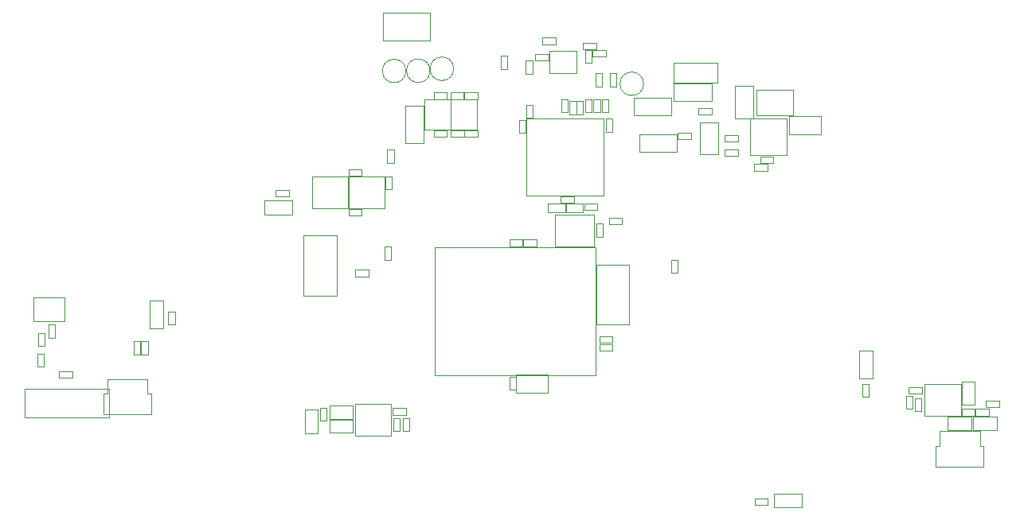
<source format=gbr>
G04 #@! TF.GenerationSoftware,KiCad,Pcbnew,8.0.2*
G04 #@! TF.CreationDate,2024-10-26T14:53:53-07:00*
G04 #@! TF.ProjectId,progcc_3.2_main,70726f67-6363-45f3-932e-325f6d61696e,1*
G04 #@! TF.SameCoordinates,Original*
G04 #@! TF.FileFunction,Other,User*
%FSLAX46Y46*%
G04 Gerber Fmt 4.6, Leading zero omitted, Abs format (unit mm)*
G04 Created by KiCad (PCBNEW 8.0.2) date 2024-10-26 14:53:53*
%MOMM*%
%LPD*%
G01*
G04 APERTURE LIST*
%ADD10C,0.050000*%
G04 APERTURE END LIST*
D10*
X84980000Y-136930000D02*
X86380000Y-136930000D01*
X84980000Y-137630000D02*
X84980000Y-136930000D01*
X86380000Y-136930000D02*
X86380000Y-137630000D01*
X86380000Y-137630000D02*
X84980000Y-137630000D01*
X162570000Y-109790000D02*
X165970000Y-109790000D01*
X162570000Y-111750000D02*
X162570000Y-109790000D01*
X165970000Y-109790000D02*
X165970000Y-111750000D01*
X165970000Y-111750000D02*
X162570000Y-111750000D01*
X139261100Y-108163094D02*
X139961100Y-108163094D01*
X139261100Y-109563094D02*
X139261100Y-108163094D01*
X139961100Y-108163094D02*
X139961100Y-109563094D01*
X139961100Y-109563094D02*
X139261100Y-109563094D01*
X179471000Y-141794000D02*
X181971000Y-141794000D01*
X179471000Y-143194000D02*
X179471000Y-141794000D01*
X181971000Y-141794000D02*
X181971000Y-143194000D01*
X181971000Y-143194000D02*
X179471000Y-143194000D01*
X119581628Y-123655987D02*
X120281628Y-123655987D01*
X119581628Y-125055987D02*
X119581628Y-123655987D01*
X120281628Y-123655987D02*
X120281628Y-125055987D01*
X120281628Y-125055987D02*
X119581628Y-125055987D01*
X155740000Y-113320000D02*
X157140000Y-113320000D01*
X155740000Y-114020000D02*
X155740000Y-113320000D01*
X157140000Y-113320000D02*
X157140000Y-114020000D01*
X157140000Y-114020000D02*
X155740000Y-114020000D01*
X153100000Y-110420000D02*
X155060000Y-110420000D01*
X153100000Y-113820000D02*
X153100000Y-110420000D01*
X155060000Y-110420000D02*
X155060000Y-113820000D01*
X155060000Y-113820000D02*
X153100000Y-113820000D01*
X170389623Y-138268477D02*
X171089623Y-138268477D01*
X170389623Y-139668477D02*
X170389623Y-138268477D01*
X171089623Y-138268477D02*
X171089623Y-139668477D01*
X171089623Y-139668477D02*
X170389623Y-139668477D01*
X142000000Y-105200000D02*
X142700000Y-105200000D01*
X142000000Y-106600000D02*
X142000000Y-105200000D01*
X142700000Y-105200000D02*
X142700000Y-106600000D01*
X142700000Y-106600000D02*
X142000000Y-106600000D01*
X110975200Y-122499200D02*
X110975200Y-128859200D01*
X110975200Y-128859200D02*
X114475200Y-128859200D01*
X114475200Y-122499200D02*
X110975200Y-122499200D01*
X114475200Y-128859200D02*
X114475200Y-122499200D01*
X94587457Y-129400391D02*
X96047457Y-129400391D01*
X94587457Y-132360391D02*
X94587457Y-129400391D01*
X96047457Y-129400391D02*
X96047457Y-132360391D01*
X96047457Y-132360391D02*
X94587457Y-132360391D01*
X123796600Y-111206100D02*
X123796600Y-108006100D01*
X123796600Y-111206100D02*
X126596600Y-111206100D01*
X126596600Y-108006100D02*
X123796600Y-108006100D01*
X126596600Y-111206100D02*
X126596600Y-108006100D01*
X150068800Y-125080800D02*
X150768800Y-125080800D01*
X150068800Y-126480800D02*
X150068800Y-125080800D01*
X150768800Y-125080800D02*
X150768800Y-126480800D01*
X150768800Y-126480800D02*
X150068800Y-126480800D01*
X113735800Y-142073400D02*
X116235800Y-142073400D01*
X113735800Y-143473400D02*
X113735800Y-142073400D01*
X116235800Y-142073400D02*
X116235800Y-143473400D01*
X116235800Y-143473400D02*
X113735800Y-143473400D01*
X120458000Y-140874000D02*
X121858000Y-140874000D01*
X120458000Y-141574000D02*
X120458000Y-140874000D01*
X121858000Y-140874000D02*
X121858000Y-141574000D01*
X121858000Y-141574000D02*
X120458000Y-141574000D01*
X142427000Y-133233600D02*
X143827000Y-133233600D01*
X142427000Y-133933600D02*
X142427000Y-133233600D01*
X143827000Y-133233600D02*
X143827000Y-133933600D01*
X143827000Y-133933600D02*
X142427000Y-133933600D01*
X160970004Y-149968757D02*
X163930004Y-149968757D01*
X160970004Y-151428757D02*
X160970004Y-149968757D01*
X163930004Y-149968757D02*
X163930004Y-151428757D01*
X163930004Y-151428757D02*
X160970004Y-151428757D01*
X146102626Y-109696930D02*
X146102626Y-107796930D01*
X150102626Y-107796930D02*
X146102626Y-107796930D01*
X150102626Y-109696930D02*
X146102626Y-109696930D01*
X150102626Y-109696930D02*
X150102626Y-107796930D01*
X126640800Y-111262700D02*
X128040800Y-111262700D01*
X126640800Y-111962700D02*
X126640800Y-111262700D01*
X128040800Y-111262700D02*
X128040800Y-111962700D01*
X128040800Y-111962700D02*
X126640800Y-111962700D01*
X183551600Y-140061200D02*
X184951600Y-140061200D01*
X183551600Y-140761200D02*
X183551600Y-140061200D01*
X184951600Y-140061200D02*
X184951600Y-140761200D01*
X184951600Y-140761200D02*
X183551600Y-140761200D01*
X134600900Y-103864294D02*
X135300900Y-103864294D01*
X134600900Y-105264294D02*
X134600900Y-103864294D01*
X135300900Y-103864294D02*
X135300900Y-105264294D01*
X135300900Y-105264294D02*
X134600900Y-105264294D01*
X112705400Y-140828800D02*
X113405400Y-140828800D01*
X112705400Y-142228800D02*
X112705400Y-140828800D01*
X113405400Y-140828800D02*
X113405400Y-142228800D01*
X113405400Y-142228800D02*
X112705400Y-142228800D01*
X134665700Y-109988094D02*
X134665700Y-118228094D01*
X134665700Y-118228094D02*
X142905700Y-118228094D01*
X142905700Y-109988094D02*
X134665700Y-109988094D01*
X142905700Y-118228094D02*
X142905700Y-109988094D01*
X147122200Y-106324400D02*
G75*
G02*
X144622200Y-106324400I-1250000J0D01*
G01*
X144622200Y-106324400D02*
G75*
G02*
X147122200Y-106324400I1250000J0D01*
G01*
X124894200Y-123698800D02*
X124894200Y-137398800D01*
X124894200Y-137398800D02*
X141994200Y-137398800D01*
X141994200Y-123698800D02*
X124894200Y-123698800D01*
X141994200Y-137398800D02*
X141994200Y-123698800D01*
X141801100Y-107957294D02*
X142501100Y-107957294D01*
X141801100Y-109357294D02*
X141801100Y-107957294D01*
X142501100Y-107957294D02*
X142501100Y-109357294D01*
X142501100Y-109357294D02*
X141801100Y-109357294D01*
X124826800Y-111262700D02*
X126226800Y-111262700D01*
X124826800Y-111962700D02*
X124826800Y-111262700D01*
X126226800Y-111262700D02*
X126226800Y-111962700D01*
X126226800Y-111962700D02*
X124826800Y-111962700D01*
X146691600Y-111699000D02*
X146691600Y-113599000D01*
X146691600Y-111699000D02*
X150691600Y-111699000D01*
X146691600Y-113599000D02*
X150691600Y-113599000D01*
X150691600Y-111699000D02*
X150691600Y-113599000D01*
X175062400Y-139558800D02*
X175762400Y-139558800D01*
X175062400Y-140958800D02*
X175062400Y-139558800D01*
X175762400Y-139558800D02*
X175762400Y-140958800D01*
X175762400Y-140958800D02*
X175062400Y-140958800D01*
X150349200Y-108188800D02*
X150349200Y-106288800D01*
X154349200Y-106288800D02*
X150349200Y-106288800D01*
X154349200Y-108188800D02*
X150349200Y-108188800D01*
X154349200Y-108188800D02*
X154349200Y-106288800D01*
X182188800Y-141794000D02*
X184688800Y-141794000D01*
X182188800Y-143194000D02*
X182188800Y-141794000D01*
X184688800Y-141794000D02*
X184688800Y-143194000D01*
X184688800Y-143194000D02*
X182188800Y-143194000D01*
X133901700Y-110144294D02*
X134601700Y-110144294D01*
X133901700Y-111544294D02*
X133901700Y-110144294D01*
X134601700Y-110144294D02*
X134601700Y-111544294D01*
X134601700Y-111544294D02*
X133901700Y-111544294D01*
X177023000Y-138265300D02*
X177023000Y-141665300D01*
X177023000Y-141665300D02*
X180863000Y-141665300D01*
X180863000Y-138265300D02*
X177023000Y-138265300D01*
X180863000Y-141665300D02*
X180863000Y-138265300D01*
X124414600Y-104927400D02*
G75*
G02*
X121914600Y-104927400I-1250000J0D01*
G01*
X121914600Y-104927400D02*
G75*
G02*
X124414600Y-104927400I1250000J0D01*
G01*
X140924800Y-102728800D02*
X141624800Y-102728800D01*
X140924800Y-104128800D02*
X140924800Y-102728800D01*
X141624800Y-102728800D02*
X141624800Y-104128800D01*
X141624800Y-104128800D02*
X140924800Y-104128800D01*
X124801400Y-107249500D02*
X126201400Y-107249500D01*
X124801400Y-107949500D02*
X124801400Y-107249500D01*
X126201400Y-107249500D02*
X126201400Y-107949500D01*
X126201400Y-107949500D02*
X124801400Y-107949500D01*
X175976800Y-139787400D02*
X176676800Y-139787400D01*
X175976800Y-141187400D02*
X175976800Y-139787400D01*
X176676800Y-139787400D02*
X176676800Y-141187400D01*
X176676800Y-141187400D02*
X175976800Y-141187400D01*
X92918800Y-133742200D02*
X93618800Y-133742200D01*
X92918800Y-135142200D02*
X92918800Y-133742200D01*
X93618800Y-133742200D02*
X93618800Y-135142200D01*
X93618800Y-135142200D02*
X92918800Y-135142200D01*
X142427000Y-134046400D02*
X143827000Y-134046400D01*
X142427000Y-134746400D02*
X142427000Y-134046400D01*
X143827000Y-134046400D02*
X143827000Y-134746400D01*
X143827000Y-134746400D02*
X142427000Y-134746400D01*
X120503200Y-141895600D02*
X121203200Y-141895600D01*
X120503200Y-143295600D02*
X120503200Y-141895600D01*
X121203200Y-141895600D02*
X121203200Y-143295600D01*
X121203200Y-143295600D02*
X120503200Y-143295600D01*
X115763023Y-119631101D02*
X117163023Y-119631101D01*
X115763023Y-120331101D02*
X115763023Y-119631101D01*
X117163023Y-119631101D02*
X117163023Y-120331101D01*
X117163023Y-120331101D02*
X115763023Y-120331101D01*
X158450000Y-110050000D02*
X158450000Y-113950000D01*
X162350000Y-110050000D02*
X158450000Y-110050000D01*
X162350000Y-110050000D02*
X162350000Y-113950000D01*
X162350000Y-113950000D02*
X158450000Y-113950000D01*
X155740000Y-111790000D02*
X157140000Y-111790000D01*
X155740000Y-112490000D02*
X155740000Y-111790000D01*
X157140000Y-111790000D02*
X157140000Y-112490000D01*
X157140000Y-112490000D02*
X155740000Y-112490000D01*
X116489690Y-126128122D02*
X117889690Y-126128122D01*
X116489690Y-126828122D02*
X116489690Y-126128122D01*
X117889690Y-126128122D02*
X117889690Y-126828122D01*
X117889690Y-126828122D02*
X116489690Y-126828122D01*
X139972300Y-108163094D02*
X140672300Y-108163094D01*
X139972300Y-109563094D02*
X139972300Y-108163094D01*
X140672300Y-108163094D02*
X140672300Y-109563094D01*
X140672300Y-109563094D02*
X139972300Y-109563094D01*
X93706200Y-133742200D02*
X94406200Y-133742200D01*
X93706200Y-135142200D02*
X93706200Y-133742200D01*
X94406200Y-133742200D02*
X94406200Y-135142200D01*
X94406200Y-135142200D02*
X93706200Y-135142200D01*
X89690000Y-139345000D02*
X89690000Y-141545000D01*
X89690000Y-141545000D02*
X94790000Y-141545000D01*
X90090000Y-137745000D02*
X90090000Y-139345000D01*
X90090000Y-139345000D02*
X89690000Y-139345000D01*
X94390000Y-137745000D02*
X90090000Y-137745000D01*
X94390000Y-139345000D02*
X94390000Y-137745000D01*
X94790000Y-139345000D02*
X94390000Y-139345000D01*
X94790000Y-141545000D02*
X94790000Y-139345000D01*
X106801309Y-118767056D02*
X109761309Y-118767056D01*
X106801309Y-120227056D02*
X106801309Y-118767056D01*
X109761309Y-118767056D02*
X109761309Y-120227056D01*
X109761309Y-120227056D02*
X106801309Y-120227056D01*
X178180000Y-144905000D02*
X178180000Y-147105000D01*
X178180000Y-147105000D02*
X183280000Y-147105000D01*
X178580000Y-143305000D02*
X178580000Y-144905000D01*
X178580000Y-144905000D02*
X178180000Y-144905000D01*
X182880000Y-143305000D02*
X178580000Y-143305000D01*
X182880000Y-144905000D02*
X182880000Y-143305000D01*
X183280000Y-144905000D02*
X182880000Y-144905000D01*
X183280000Y-147105000D02*
X183280000Y-144905000D01*
X141692400Y-102723200D02*
X143092400Y-102723200D01*
X141692400Y-103423200D02*
X141692400Y-102723200D01*
X143092400Y-102723200D02*
X143092400Y-103423200D01*
X143092400Y-103423200D02*
X141692400Y-103423200D01*
X150354000Y-104080600D02*
X154954000Y-104080600D01*
X150354000Y-106180600D02*
X150354000Y-104080600D01*
X154954000Y-104080600D02*
X154954000Y-106180600D01*
X154954000Y-106180600D02*
X150354000Y-106180600D01*
X115762223Y-116172901D02*
X115762223Y-119572901D01*
X115762223Y-119572901D02*
X119602223Y-119572901D01*
X119602223Y-116172901D02*
X115762223Y-116172901D01*
X119602223Y-119572901D02*
X119602223Y-116172901D01*
X82271600Y-129102800D02*
X82271600Y-131602800D01*
X82271600Y-129102800D02*
X85571600Y-129102800D01*
X85571600Y-131602800D02*
X82271600Y-131602800D01*
X85571600Y-131602800D02*
X85571600Y-129102800D01*
X142110000Y-121230000D02*
X142810000Y-121230000D01*
X142110000Y-122630000D02*
X142110000Y-121230000D01*
X142810000Y-121230000D02*
X142810000Y-122630000D01*
X142810000Y-122630000D02*
X142110000Y-122630000D01*
X81310000Y-138810000D02*
X81310000Y-141810000D01*
X81310000Y-141810000D02*
X90310000Y-141810000D01*
X90310000Y-138810000D02*
X81310000Y-138810000D01*
X90310000Y-141810000D02*
X90310000Y-138810000D01*
X136358400Y-101402400D02*
X137758400Y-101402400D01*
X136358400Y-102102400D02*
X136358400Y-101402400D01*
X137758400Y-101402400D02*
X137758400Y-102102400D01*
X137758400Y-102102400D02*
X136358400Y-102102400D01*
X134625600Y-108544094D02*
X135325600Y-108544094D01*
X134625600Y-109944094D02*
X134625600Y-108544094D01*
X135325600Y-108544094D02*
X135325600Y-109944094D01*
X135325600Y-109944094D02*
X134625600Y-109944094D01*
X115752423Y-115414701D02*
X117152423Y-115414701D01*
X115752423Y-116114701D02*
X115752423Y-115414701D01*
X117152423Y-115414701D02*
X117152423Y-116114701D01*
X117152423Y-116114701D02*
X115752423Y-116114701D01*
X137690000Y-120220000D02*
X137690000Y-123620000D01*
X137690000Y-123620000D02*
X141890000Y-123620000D01*
X141890000Y-120220000D02*
X137690000Y-120220000D01*
X141890000Y-123620000D02*
X141890000Y-120220000D01*
X143121900Y-110017294D02*
X143821900Y-110017294D01*
X143121900Y-111417294D02*
X143121900Y-110017294D01*
X143821900Y-110017294D02*
X143821900Y-111417294D01*
X143821900Y-111417294D02*
X143121900Y-111417294D01*
X135621800Y-103155000D02*
X137021800Y-103155000D01*
X135621800Y-103855000D02*
X135621800Y-103155000D01*
X137021800Y-103155000D02*
X137021800Y-103855000D01*
X137021800Y-103855000D02*
X135621800Y-103855000D01*
X133529600Y-137246800D02*
X136929600Y-137246800D01*
X133529600Y-139206800D02*
X133529600Y-137246800D01*
X136929600Y-137246800D02*
X136929600Y-139206800D01*
X136929600Y-139206800D02*
X133529600Y-139206800D01*
X170008456Y-134734581D02*
X171468456Y-134734581D01*
X170008456Y-137694581D02*
X170008456Y-134734581D01*
X171468456Y-134734581D02*
X171468456Y-137694581D01*
X171468456Y-137694581D02*
X170008456Y-137694581D01*
X136980000Y-119080000D02*
X138800000Y-119080000D01*
X136980000Y-120000000D02*
X136980000Y-119080000D01*
X138800000Y-119080000D02*
X138800000Y-120000000D01*
X138800000Y-120000000D02*
X136980000Y-120000000D01*
X83825600Y-131949400D02*
X84525600Y-131949400D01*
X83825600Y-133349400D02*
X83825600Y-131949400D01*
X84525600Y-131949400D02*
X84525600Y-133349400D01*
X84525600Y-133349400D02*
X83825600Y-133349400D01*
X126641400Y-111206100D02*
X126641400Y-108006100D01*
X126641400Y-111206100D02*
X129441400Y-111206100D01*
X129441400Y-108006100D02*
X126641400Y-108006100D01*
X129441400Y-111206100D02*
X129441400Y-108006100D01*
X158945629Y-150497756D02*
X160345629Y-150497756D01*
X158945629Y-151197756D02*
X158945629Y-150497756D01*
X160345629Y-150497756D02*
X160345629Y-151197756D01*
X160345629Y-151197756D02*
X158945629Y-151197756D01*
X111850623Y-116172901D02*
X111850623Y-119572901D01*
X111850623Y-119572901D02*
X115690623Y-119572901D01*
X115690623Y-116172901D02*
X111850623Y-116172901D01*
X115690623Y-119572901D02*
X115690623Y-116172901D01*
X132853200Y-122916200D02*
X134253200Y-122916200D01*
X132853200Y-123616200D02*
X132853200Y-122916200D01*
X134253200Y-122916200D02*
X134253200Y-123616200D01*
X134253200Y-123616200D02*
X132853200Y-123616200D01*
X180935400Y-140950200D02*
X182335400Y-140950200D01*
X180935400Y-141650200D02*
X180935400Y-140950200D01*
X182335400Y-140950200D02*
X182335400Y-141650200D01*
X182335400Y-141650200D02*
X180935400Y-141650200D01*
X107985401Y-117627059D02*
X109385401Y-117627059D01*
X107985401Y-118327059D02*
X107985401Y-117627059D01*
X109385401Y-117627059D02*
X109385401Y-118327059D01*
X109385401Y-118327059D02*
X107985401Y-118327059D01*
X143450000Y-120600000D02*
X144850000Y-120600000D01*
X143450000Y-121300000D02*
X143450000Y-120600000D01*
X144850000Y-120600000D02*
X144850000Y-121300000D01*
X144850000Y-121300000D02*
X143450000Y-121300000D01*
X142715500Y-107957294D02*
X143415500Y-107957294D01*
X142715500Y-109357294D02*
X142715500Y-107957294D01*
X143415500Y-107957294D02*
X143415500Y-109357294D01*
X143415500Y-109357294D02*
X142715500Y-109357294D01*
X152973200Y-108924000D02*
X154373200Y-108924000D01*
X152973200Y-109624000D02*
X152973200Y-108924000D01*
X154373200Y-108924000D02*
X154373200Y-109624000D01*
X154373200Y-109624000D02*
X152973200Y-109624000D01*
X140820000Y-119070000D02*
X142220000Y-119070000D01*
X140820000Y-119770000D02*
X140820000Y-119070000D01*
X142220000Y-119070000D02*
X142220000Y-119770000D01*
X142220000Y-119770000D02*
X140820000Y-119770000D01*
X116444000Y-140438400D02*
X116444000Y-143838400D01*
X116444000Y-143838400D02*
X120284000Y-143838400D01*
X120284000Y-140438400D02*
X116444000Y-140438400D01*
X120284000Y-143838400D02*
X120284000Y-140438400D01*
X119875902Y-113356302D02*
X120575902Y-113356302D01*
X119875902Y-114756302D02*
X119875902Y-113356302D01*
X120575902Y-113356302D02*
X120575902Y-114756302D01*
X120575902Y-114756302D02*
X119875902Y-114756302D01*
X182408600Y-140950200D02*
X183808600Y-140950200D01*
X182408600Y-141650200D02*
X182408600Y-140950200D01*
X183808600Y-140950200D02*
X183808600Y-141650200D01*
X183808600Y-141650200D02*
X182408600Y-141650200D01*
X138397500Y-107959894D02*
X139097500Y-107959894D01*
X138397500Y-109359894D02*
X138397500Y-107959894D01*
X139097500Y-107959894D02*
X139097500Y-109359894D01*
X139097500Y-109359894D02*
X138397500Y-109359894D01*
X119420000Y-98728400D02*
X119420000Y-101728400D01*
X119420000Y-101728400D02*
X124420000Y-101728400D01*
X124420000Y-98728400D02*
X119420000Y-98728400D01*
X124420000Y-101728400D02*
X124420000Y-98728400D01*
X138860000Y-119080000D02*
X140680000Y-119080000D01*
X138860000Y-120000000D02*
X138860000Y-119080000D01*
X140680000Y-119080000D02*
X140680000Y-120000000D01*
X140680000Y-120000000D02*
X138860000Y-120000000D01*
X121849200Y-104952800D02*
G75*
G02*
X119349200Y-104952800I-1250000J0D01*
G01*
X119349200Y-104952800D02*
G75*
G02*
X121849200Y-104952800I1250000J0D01*
G01*
X140886700Y-107959894D02*
X141586700Y-107959894D01*
X140886700Y-109359894D02*
X140886700Y-107959894D01*
X141586700Y-107959894D02*
X141586700Y-109359894D01*
X141586700Y-109359894D02*
X140886700Y-109359894D01*
X126929200Y-104724200D02*
G75*
G02*
X124429200Y-104724200I-1250000J0D01*
G01*
X124429200Y-104724200D02*
G75*
G02*
X126929200Y-104724200I1250000J0D01*
G01*
X82725375Y-132849089D02*
X83425375Y-132849089D01*
X82725375Y-134249089D02*
X82725375Y-132849089D01*
X83425375Y-132849089D02*
X83425375Y-134249089D01*
X83425375Y-134249089D02*
X82725375Y-134249089D01*
X126604800Y-107249500D02*
X128004800Y-107249500D01*
X126604800Y-107949500D02*
X126604800Y-107249500D01*
X128004800Y-107249500D02*
X128004800Y-107949500D01*
X128004800Y-107949500D02*
X126604800Y-107949500D01*
X137107000Y-102813000D02*
X137107000Y-105213000D01*
X137107000Y-105213000D02*
X140007000Y-105213000D01*
X140007000Y-102813000D02*
X137107000Y-102813000D01*
X140007000Y-105213000D02*
X140007000Y-102813000D01*
X142090200Y-125623400D02*
X142090200Y-131983400D01*
X142090200Y-131983400D02*
X145590200Y-131983400D01*
X145590200Y-125623400D02*
X142090200Y-125623400D01*
X145590200Y-131983400D02*
X145590200Y-125623400D01*
X180935400Y-138018200D02*
X182335400Y-138018200D01*
X180935400Y-140518200D02*
X180935400Y-138018200D01*
X182335400Y-138018200D02*
X182335400Y-140518200D01*
X182335400Y-140518200D02*
X180935400Y-140518200D01*
X113735800Y-140600200D02*
X116235800Y-140600200D01*
X113735800Y-142000200D02*
X113735800Y-140600200D01*
X116235800Y-140600200D02*
X116235800Y-142000200D01*
X116235800Y-142000200D02*
X113735800Y-142000200D01*
X128052600Y-107249500D02*
X129452600Y-107249500D01*
X128052600Y-107949500D02*
X128052600Y-107249500D01*
X129452600Y-107249500D02*
X129452600Y-107949500D01*
X129452600Y-107949500D02*
X128052600Y-107949500D01*
X138330000Y-118280000D02*
X139730000Y-118280000D01*
X138330000Y-118980000D02*
X138330000Y-118280000D01*
X139730000Y-118280000D02*
X139730000Y-118980000D01*
X139730000Y-118980000D02*
X138330000Y-118980000D01*
X96583652Y-130552363D02*
X97283652Y-130552363D01*
X96583652Y-131952363D02*
X96583652Y-130552363D01*
X97283652Y-130552363D02*
X97283652Y-131952363D01*
X97283652Y-131952363D02*
X96583652Y-131952363D01*
X132898400Y-137501400D02*
X133598400Y-137501400D01*
X132898400Y-138901400D02*
X132898400Y-137501400D01*
X133598400Y-137501400D02*
X133598400Y-138901400D01*
X133598400Y-138901400D02*
X132898400Y-138901400D01*
X111085400Y-141040800D02*
X112485400Y-141040800D01*
X111085400Y-143540800D02*
X111085400Y-141040800D01*
X112485400Y-141040800D02*
X112485400Y-143540800D01*
X112485400Y-143540800D02*
X111085400Y-143540800D01*
X128063200Y-111262700D02*
X129463200Y-111262700D01*
X128063200Y-111962700D02*
X128063200Y-111262700D01*
X129463200Y-111262700D02*
X129463200Y-111962700D01*
X129463200Y-111962700D02*
X128063200Y-111962700D01*
X143520000Y-105200000D02*
X144220000Y-105200000D01*
X143520000Y-106600000D02*
X143520000Y-105200000D01*
X144220000Y-105200000D02*
X144220000Y-106600000D01*
X144220000Y-106600000D02*
X143520000Y-106600000D01*
X150763400Y-111514800D02*
X152163400Y-111514800D01*
X150763400Y-112214800D02*
X150763400Y-111514800D01*
X152163400Y-111514800D02*
X152163400Y-112214800D01*
X152163400Y-112214800D02*
X150763400Y-112214800D01*
X159140000Y-106990000D02*
X163040000Y-106990000D01*
X159140000Y-109690000D02*
X159140000Y-106990000D01*
X163040000Y-106990000D02*
X163040000Y-109690000D01*
X163040000Y-109690000D02*
X159140000Y-109690000D01*
X131907800Y-103338400D02*
X132607800Y-103338400D01*
X131907800Y-104738400D02*
X131907800Y-103338400D01*
X132607800Y-103338400D02*
X132607800Y-104738400D01*
X132607800Y-104738400D02*
X131907800Y-104738400D01*
X159518077Y-114052950D02*
X160918077Y-114052950D01*
X159518077Y-114752950D02*
X159518077Y-114052950D01*
X160918077Y-114052950D02*
X160918077Y-114752950D01*
X160918077Y-114752950D02*
X159518077Y-114752950D01*
X121808200Y-108642400D02*
X121808200Y-112642400D01*
X123708200Y-108642400D02*
X121808200Y-108642400D01*
X123708200Y-108642400D02*
X123708200Y-112642400D01*
X123708200Y-112642400D02*
X121808200Y-112642400D01*
X82653941Y-135059076D02*
X83353941Y-135059076D01*
X82653941Y-136459076D02*
X82653941Y-135059076D01*
X83353941Y-135059076D02*
X83353941Y-136459076D01*
X83353941Y-136459076D02*
X82653941Y-136459076D01*
X158878348Y-114864226D02*
X160278348Y-114864226D01*
X158878348Y-115564226D02*
X158878348Y-114864226D01*
X160278348Y-114864226D02*
X160278348Y-115564226D01*
X160278348Y-115564226D02*
X158878348Y-115564226D01*
X121544600Y-141895600D02*
X122244600Y-141895600D01*
X121544600Y-143295600D02*
X121544600Y-141895600D01*
X122244600Y-141895600D02*
X122244600Y-143295600D01*
X122244600Y-143295600D02*
X121544600Y-143295600D01*
X175296600Y-138638800D02*
X176696600Y-138638800D01*
X175296600Y-139338800D02*
X175296600Y-138638800D01*
X176696600Y-138638800D02*
X176696600Y-139338800D01*
X176696600Y-139338800D02*
X175296600Y-139338800D01*
X156802026Y-106574670D02*
X158762026Y-106574670D01*
X156802026Y-109974670D02*
X156802026Y-106574670D01*
X158762026Y-106574670D02*
X158762026Y-109974670D01*
X158762026Y-109974670D02*
X156802026Y-109974670D01*
X140676400Y-101961200D02*
X142076400Y-101961200D01*
X140676400Y-102661200D02*
X140676400Y-101961200D01*
X142076400Y-101961200D02*
X142076400Y-102661200D01*
X142076400Y-102661200D02*
X140676400Y-102661200D01*
X119669023Y-116182301D02*
X120369023Y-116182301D01*
X119669023Y-117582301D02*
X119669023Y-116182301D01*
X120369023Y-116182301D02*
X120369023Y-117582301D01*
X120369023Y-117582301D02*
X119669023Y-117582301D01*
X134326400Y-122916200D02*
X135726400Y-122916200D01*
X134326400Y-123616200D02*
X134326400Y-122916200D01*
X135726400Y-122916200D02*
X135726400Y-123616200D01*
X135726400Y-123616200D02*
X134326400Y-123616200D01*
M02*

</source>
